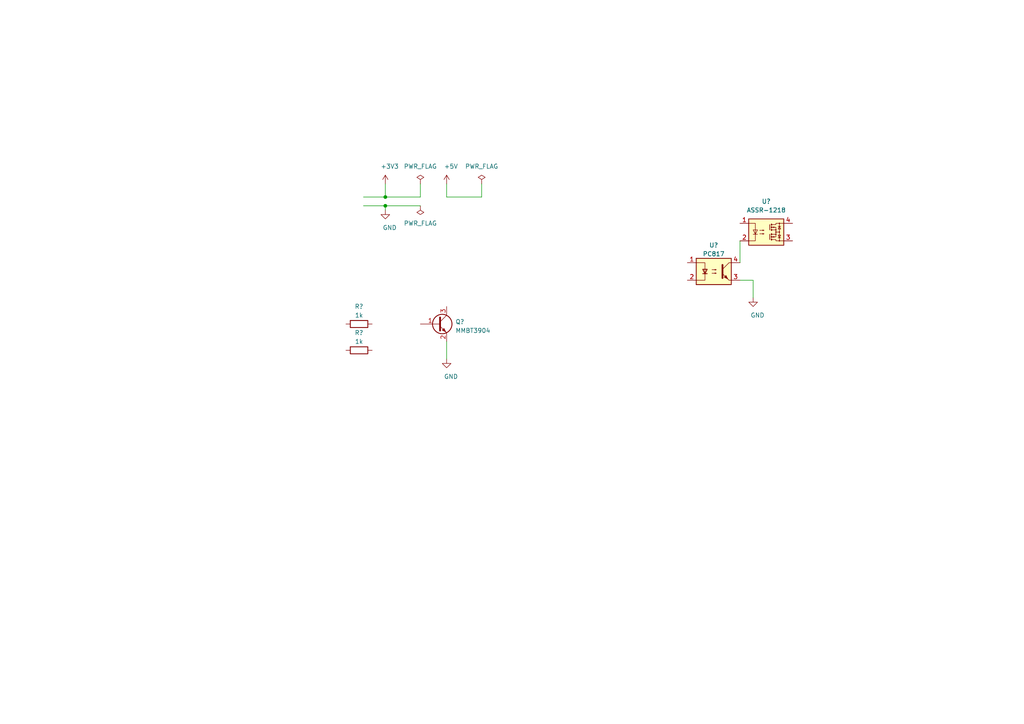
<source format=kicad_sch>
(kicad_sch (version 20210126) (generator eeschema)
  (paper "A4")
  (lib_symbols
    (symbol "Device:R" (pin_numbers hide) (pin_names (offset 0))
      (property "Reference" "R" (at 2.032 0 90))
      (property "Value" "R" (at 0 0 90))
      (symbol "R_0_1"
        (rectangle (start -1.016 -2.54) (end 1.016 2.54) (stroke (width 0.254)))
      )
      (symbol "R_1_1"
        (pin passive line (at 0 3.81 270) (length 1.27) (name "~") (number "1"))
        (pin passive line (at 0 -3.81 90) (length 1.27) (name "~") (number "2"))
      )
    )
    (symbol "Relay_SolidState:ASSR-1218"
      (property "Reference" "U" (at -5.08 5.08 0))
      (property "Value" "ASSR-1218" (at 0 5.08 0))
      (symbol "ASSR-1218_0_1"
        (circle (center 2.794 -0.635) (radius 0.127))
        (circle (center 2.794 0) (radius 0.127))
        (circle (center 2.794 0.635) (radius 0.127))
        (circle (center 3.81 -2.54) (radius 0.127))
        (circle (center 3.81 0) (radius 0.127))
        (circle (center 3.81 2.54) (radius 0.127))
        (rectangle (start -5.08 3.81) (end 5.08 -3.81) (stroke (width 0.254)) (fill (type background)))
        (polyline (pts (xy -3.81 -0.635) (xy -2.54 -0.635)))
        (polyline (pts (xy 1.016 -0.635) (xy 1.016 -2.159)) (stroke (width 0.2032)))
        (polyline (pts (xy 1.016 2.159) (xy 1.016 0.635)) (stroke (width 0.2032)))
        (polyline (pts (xy 1.524 -0.508) (xy 1.524 -0.762)) (stroke (width 0.3556)))
        (polyline (pts (xy 2.794 0) (xy 3.81 0)))
        (polyline (pts (xy 3.429 -1.651) (xy 4.191 -1.651)))
        (polyline (pts (xy 3.429 1.651) (xy 4.191 1.651)))
        (polyline (pts (xy 3.81 -2.54) (xy 3.81 2.54)))
        (polyline (pts (xy 1.524 -2.032) (xy 1.524 -2.286) (xy 1.524 -2.286)) (stroke (width 0.3556)))
        (polyline (pts (xy 1.524 -1.27) (xy 1.524 -1.524) (xy 1.524 -1.524)) (stroke (width 0.3556)))
        (polyline (pts (xy 1.524 0.762) (xy 1.524 0.508) (xy 1.524 0.508)) (stroke (width 0.3556)))
        (polyline (pts (xy 1.524 1.524) (xy 1.524 1.27) (xy 1.524 1.27)) (stroke (width 0.3556)))
        (polyline (pts (xy 1.524 2.286) (xy 1.524 2.032) (xy 1.524 2.032)) (stroke (width 0.3556)))
        (polyline (pts (xy 1.651 -1.397) (xy 2.794 -1.397) (xy 2.794 -0.635)))
        (polyline (pts (xy 1.651 1.397) (xy 2.794 1.397) (xy 2.794 0.635)))
        (polyline (pts (xy -5.08 2.54) (xy -3.175 2.54) (xy -3.175 -2.54) (xy -5.08 -2.54)))
        (polyline (pts (xy -3.175 -0.635) (xy -3.81 0.635) (xy -2.54 0.635) (xy -3.175 -0.635)))
        (polyline (pts (xy 1.651 -2.159) (xy 2.794 -2.159) (xy 2.794 -2.54) (xy 5.08 -2.54)))
        (polyline (pts (xy 1.651 -0.635) (xy 2.794 -0.635) (xy 2.794 0.635) (xy 1.651 0.635)))
        (polyline (pts (xy 1.651 2.159) (xy 2.794 2.159) (xy 2.794 2.54) (xy 5.08 2.54)))
        (polyline (pts (xy 1.778 -1.397) (xy 2.286 -1.27) (xy 2.286 -1.524) (xy 1.778 -1.397)))
        (polyline (pts (xy 1.778 1.397) (xy 2.286 1.524) (xy 2.286 1.27) (xy 1.778 1.397)))
        (polyline (pts (xy 3.81 -1.651) (xy 3.429 -0.889) (xy 4.191 -0.889) (xy 3.81 -1.651)))
        (polyline (pts (xy 3.81 1.651) (xy 3.429 0.889) (xy 4.191 0.889) (xy 3.81 1.651)))
        (polyline (pts (xy -1.905 -0.508) (xy -0.635 -0.508) (xy -1.016 -0.635) (xy -1.016 -0.381) (xy -0.635 -0.508)))
        (polyline (pts (xy -1.905 0.508) (xy -0.635 0.508) (xy -1.016 0.381) (xy -1.016 0.635) (xy -0.635 0.508)))
      )
      (symbol "ASSR-1218_1_1"
        (pin passive line (at -7.62 2.54 0) (length 2.54) (name "~") (number "1"))
        (pin passive line (at -7.62 -2.54 0) (length 2.54) (name "~") (number "2"))
        (pin passive line (at 7.62 -2.54 180) (length 2.54) (name "~") (number "3"))
        (pin passive line (at 7.62 2.54 180) (length 2.54) (name "~") (number "4"))
      )
    )
    (symbol "Transistor_BJT:MMBT3904" (pin_names (offset 0) hide)
      (property "Reference" "Q" (at 5.08 1.905 0))
      (property "Value" "MMBT3904" (at 5.08 0 0))
      (symbol "MMBT3904_0_1"
        (circle (center 1.27 0) (radius 2.8194) (stroke (width 0.254)))
        (polyline (pts (xy 0.635 0.635) (xy 2.54 2.54)))
        (polyline (pts (xy 0.635 -0.635) (xy 2.54 -2.54) (xy 2.54 -2.54)))
        (polyline (pts (xy 0.635 1.905) (xy 0.635 -1.905) (xy 0.635 -1.905)) (stroke (width 0.508)))
        (polyline (pts (xy 1.27 -1.778) (xy 1.778 -1.27) (xy 2.286 -2.286) (xy 1.27 -1.778) (xy 1.27 -1.778)) (fill (type outline)))
      )
      (symbol "MMBT3904_1_1"
        (pin input line (at -5.08 0 0) (length 5.715) (name "B") (number "1"))
        (pin passive line (at 2.54 -5.08 90) (length 2.54) (name "E") (number "2"))
        (pin passive line (at 2.54 5.08 270) (length 2.54) (name "C") (number "3"))
      )
    )
    (symbol "UH_HA:PC817" (pin_names (offset 1.016))
      (property "Reference" "U" (at -5.08 5.08 0))
      (property "Value" "PC817" (at 0 5.08 0))
      (symbol "PC817_0_1"
        (rectangle (start -5.08 3.81) (end 5.08 -3.81) (stroke (width 0.254)) (fill (type background)))
        (polyline (pts (xy -3.175 -0.635) (xy -1.905 -0.635)) (stroke (width 0.254)))
        (polyline (pts (xy 2.54 0.635) (xy 4.445 2.54)))
        (polyline (pts (xy 4.445 -2.54) (xy 5.08 -2.54)))
        (polyline (pts (xy 4.445 2.54) (xy 5.08 2.54)))
        (polyline (pts (xy -5.08 2.54) (xy -2.54 2.54) (xy -2.54 -0.635)))
        (polyline (pts (xy -2.54 -0.635) (xy -2.54 -2.54) (xy -5.08 -2.54)))
        (polyline (pts (xy 2.54 1.905) (xy 2.54 -1.905) (xy 2.54 -1.905)) (stroke (width 0.508)))
        (polyline (pts (xy -2.54 -0.635) (xy -3.175 0.635) (xy -1.905 0.635) (xy -2.54 -0.635)) (stroke (width 0.254)))
        (polyline (pts (xy -0.508 -0.508) (xy 0.762 -0.508) (xy 0.381 -0.635) (xy 0.381 -0.381) (xy 0.762 -0.508)))
        (polyline (pts (xy -0.508 0.508) (xy 0.762 0.508) (xy 0.381 0.381) (xy 0.381 0.635) (xy 0.762 0.508)))
        (polyline (pts (xy 4.445 -2.54) (xy 2.54 -0.635)) (fill (type outline)))
        (polyline (pts (xy 3.048 -1.651) (xy 3.556 -1.143) (xy 4.064 -2.159) (xy 3.048 -1.651) (xy 3.048 -1.651)) (fill (type outline)))
      )
      (symbol "PC817_1_1"
        (pin passive line (at -7.62 2.54 0) (length 2.54) (name "~") (number "1"))
        (pin passive line (at -7.62 -2.54 0) (length 2.54) (name "~") (number "2"))
        (pin passive line (at 7.62 -2.54 180) (length 2.54) (name "~") (number "3"))
        (pin passive line (at 7.62 2.54 180) (length 2.54) (name "~") (number "4"))
      )
    )
    (symbol "power:+3V3" (power) (pin_names (offset 0))
      (property "Value" "+3V3" (at 0 3.556 0))
      (symbol "+3V3_0_1"
        (polyline (pts (xy -0.762 1.27) (xy 0 2.54)))
        (polyline (pts (xy 0 0) (xy 0 2.54)))
        (polyline (pts (xy 0 2.54) (xy 0.762 1.27)))
      )
      (symbol "+3V3_1_1"
        (pin power_in line (at 0 0 90) (length 0) hide (name "+3V3") (number "1"))
      )
    )
    (symbol "power:+5V" (power) (pin_names (offset 0))
      (property "Value" "+5V" (at 0 3.556 0))
      (symbol "+5V_0_1"
        (polyline (pts (xy -0.762 1.27) (xy 0 2.54)))
        (polyline (pts (xy 0 0) (xy 0 2.54)))
        (polyline (pts (xy 0 2.54) (xy 0.762 1.27)))
      )
      (symbol "+5V_1_1"
        (pin power_in line (at 0 0 90) (length 0) hide (name "+5V") (number "1"))
      )
    )
    (symbol "power:GND" (power) (pin_names (offset 0))
      (property "Value" "GND" (at 0 -3.81 0))
      (symbol "GND_0_1"
        (polyline (pts (xy 0 0) (xy 0 -1.27) (xy 1.27 -1.27) (xy 0 -2.54) (xy -1.27 -1.27) (xy 0 -1.27)))
      )
      (symbol "GND_1_1"
        (pin power_in line (at 0 0 270) (length 0) hide (name "GND") (number "1"))
      )
    )
    (symbol "power:PWR_FLAG" (power) (pin_numbers hide) (pin_names (offset 0) hide)
      (property "Value" "PWR_FLAG" (at 0 3.81 0))
      (symbol "PWR_FLAG_0_0"
        (pin power_out line (at 0 0 90) (length 0) (name "pwr") (number "1"))
      )
      (symbol "PWR_FLAG_0_1"
        (polyline (pts (xy 0 0) (xy 0 1.27) (xy -1.016 1.905) (xy 0 2.54) (xy 1.016 1.905) (xy 0 1.27)))
      )
    )
  )
  (junction (at 111.76 57.15) (diameter 0.9144))
  (junction (at 111.76 59.69) (diameter 0.9144))
  (wire (pts (xy 105.41 57.15) (xy 111.76 57.15)))
  (wire (pts (xy 105.41 59.69) (xy 111.76 59.69)))
  (wire (pts (xy 111.76 53.34) (xy 111.76 57.15)))
  (wire (pts (xy 111.76 59.69) (xy 111.76 60.96)))
  (wire (pts (xy 111.76 59.69) (xy 121.92 59.69)))
  (wire (pts (xy 121.92 53.34) (xy 121.92 57.15)))
  (wire (pts (xy 121.92 57.15) (xy 111.76 57.15)))
  (wire (pts (xy 129.54 53.34) (xy 129.54 57.15)))
  (wire (pts (xy 129.54 99.06) (xy 129.54 104.14)))
  (wire (pts (xy 139.7 53.34) (xy 139.7 57.15)))
  (wire (pts (xy 139.7 57.15) (xy 129.54 57.15)))
  (wire (pts (xy 214.63 69.85) (xy 214.63 76.2)))
  (wire (pts (xy 214.63 81.28) (xy 218.44 81.28)))
  (wire (pts (xy 218.44 81.28) (xy 218.44 86.36)))
  (symbol (lib_id "power:+3V3") (at 111.76 53.34 0) (unit 1)
    (property "Reference" "#PWR?" (effects hide))
    (property "Value" "+3V3" (at 113.03 48.26 0))
  )
  (symbol (lib_id "power:+5V") (at 129.54 53.34 0) (unit 1)
    (property "Reference" "#PWR?" (effects hide))
    (property "Value" "+5V" (at 130.81 48.26 0))
  )
  (symbol (lib_id "power:PWR_FLAG") (at 121.92 53.34 0) (unit 1)
    (property "Reference" "#FLG?" (effects hide))
    (property "Value" "PWR_FLAG" (at 121.92 48.26 0))
  )
  (symbol (lib_id "power:PWR_FLAG") (at 121.92 59.69 180) (unit 1)
    (property "Reference" "#FLG?" (effects hide))
    (property "Value" "PWR_FLAG" (at 121.92 64.77 0))
  )
  (symbol (lib_id "power:PWR_FLAG") (at 139.7 53.34 0) (unit 1)
    (property "Reference" "#FLG?" (effects hide))
    (property "Value" "PWR_FLAG" (at 139.7 48.26 0))
  )
  (symbol (lib_id "power:GND") (at 111.76 60.96 0) (unit 1)
    (property "Reference" "#PWR?" (effects hide))
    (property "Value" "GND" (at 113.03 66.04 0))
  )
  (symbol (lib_id "power:GND") (at 129.54 104.14 0) (unit 1)
    (property "Reference" "#PWR?" (effects hide))
    (property "Value" "GND" (at 130.81 109.22 0))
  )
  (symbol (lib_id "power:GND") (at 218.44 86.36 0) (unit 1)
    (property "Reference" "#PWR?" (effects hide))
    (property "Value" "GND" (at 219.71 91.44 0))
  )
  (symbol (lib_id "Device:R") (at 104.14 93.98 90) (unit 1)
    (property "Reference" "R?" (at 104.14 88.9 90))
    (property "Value" "1k" (at 104.14 91.44 90))
    (property "Footprint" "Resistor_SMD:R_1206_3216Metric_Pad1.30x1.75mm_HandSolder" (effects hide))
  )
  (symbol (lib_id "Device:R") (at 104.14 101.6 90) (unit 1)
    (property "Reference" "R?" (at 104.14 96.52 90))
    (property "Value" "1k" (at 104.14 99.06 90))
    (property "Footprint" "Resistor_SMD:R_1206_3216Metric_Pad1.30x1.75mm_HandSolder" (effects hide))
  )
  (symbol (lib_id "Transistor_BJT:MMBT3904") (at 127 93.98 0) (unit 1)
    (property "Reference" "Q?" (at 132.08 93.3449 0) (effects (justify left)))
    (property "Value" "MMBT3904" (at 132.08 95.8849 0) (effects (justify left)))
    (property "Footprint" "Package_TO_SOT_SMD:SOT-23" (effects hide))
    (property "Datasheet" "https://www.onsemi.com/pub/Collateral/2N3903-D.PDF" (effects hide))
  )
  (symbol (lib_id "UH_HA:PC817") (at 207.01 78.74 0) (unit 1)
    (property "Reference" "U?" (at 207.01 71.12 0))
    (property "Value" "PC817" (at 207.01 73.66 0))
    (property "Footprint" "Package_DIP:DIP-4_W7.62mm" (effects hide))
    (property "Datasheet" "http://www.soselectronic.cz/a_info/resource/d/pc817.pdf" (effects hide))
  )
  (symbol (lib_id "Relay_SolidState:ASSR-1218") (at 222.25 67.31 0) (unit 1)
    (property "Reference" "U?" (at 222.25 58.42 0))
    (property "Value" "ASSR-1218" (at 222.25 60.96 0))
    (property "Footprint" "Package_SO:SO-4_4.4x4.3mm_P2.54mm" (effects hide))
    (property "Datasheet" "https://docs.broadcom.com/docs/AV02-0173EN" (effects hide))
  )
)
</source>
